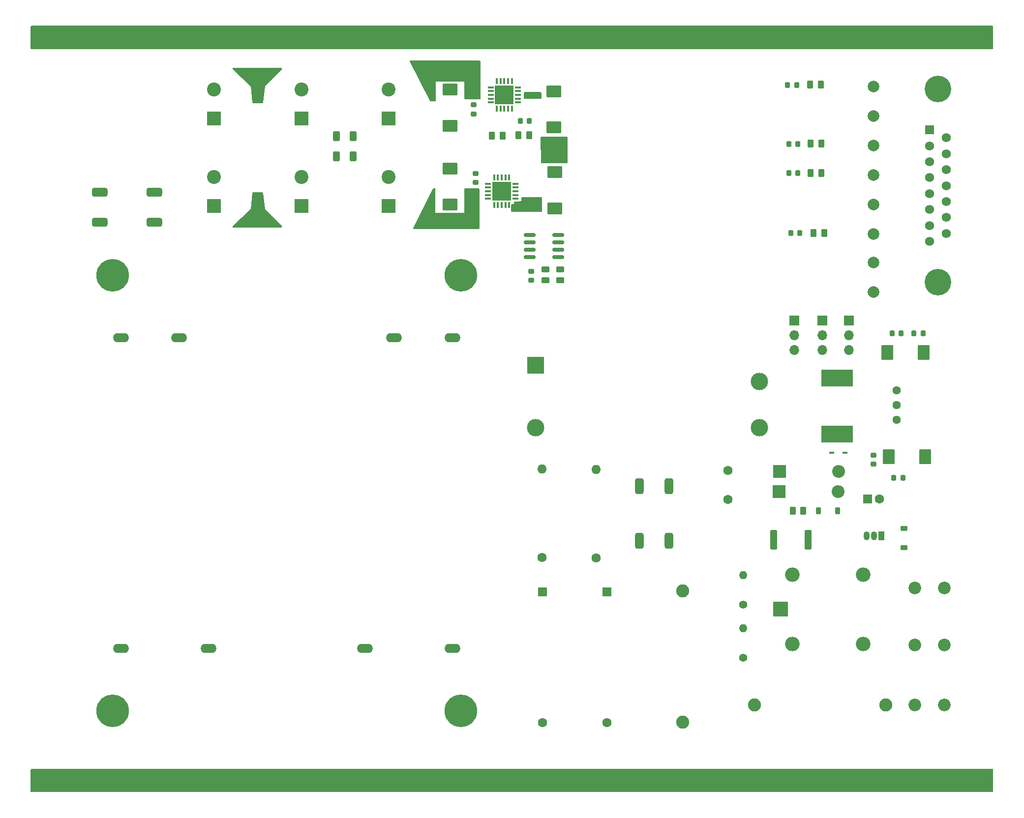
<source format=gts>
G04 #@! TF.GenerationSoftware,KiCad,Pcbnew,9.0.0*
G04 #@! TF.CreationDate,2025-03-31T11:54:41-05:00*
G04 #@! TF.ProjectId,Power_Supply,506f7765-725f-4537-9570-706c792e6b69,rev?*
G04 #@! TF.SameCoordinates,Original*
G04 #@! TF.FileFunction,Soldermask,Top*
G04 #@! TF.FilePolarity,Negative*
%FSLAX46Y46*%
G04 Gerber Fmt 4.6, Leading zero omitted, Abs format (unit mm)*
G04 Created by KiCad (PCBNEW 9.0.0) date 2025-03-31 11:54:41*
%MOMM*%
%LPD*%
G01*
G04 APERTURE LIST*
G04 Aperture macros list*
%AMRoundRect*
0 Rectangle with rounded corners*
0 $1 Rounding radius*
0 $2 $3 $4 $5 $6 $7 $8 $9 X,Y pos of 4 corners*
0 Add a 4 corners polygon primitive as box body*
4,1,4,$2,$3,$4,$5,$6,$7,$8,$9,$2,$3,0*
0 Add four circle primitives for the rounded corners*
1,1,$1+$1,$2,$3*
1,1,$1+$1,$4,$5*
1,1,$1+$1,$6,$7*
1,1,$1+$1,$8,$9*
0 Add four rect primitives between the rounded corners*
20,1,$1+$1,$2,$3,$4,$5,0*
20,1,$1+$1,$4,$5,$6,$7,0*
20,1,$1+$1,$6,$7,$8,$9,0*
20,1,$1+$1,$8,$9,$2,$3,0*%
G04 Aperture macros list end*
%ADD10C,2.000000*%
%ADD11R,0.820000X0.460000*%
%ADD12C,2.250000*%
%ADD13RoundRect,0.375000X-0.375000X0.975000X-0.375000X-0.975000X0.375000X-0.975000X0.375000X0.975000X0*%
%ADD14RoundRect,0.250000X-0.787500X-1.025000X0.787500X-1.025000X0.787500X1.025000X-0.787500X1.025000X0*%
%ADD15RoundRect,0.225000X0.250000X-0.225000X0.250000X0.225000X-0.250000X0.225000X-0.250000X-0.225000X0*%
%ADD16RoundRect,0.218750X0.218750X0.256250X-0.218750X0.256250X-0.218750X-0.256250X0.218750X-0.256250X0*%
%ADD17RoundRect,0.225000X-0.225000X-0.375000X0.225000X-0.375000X0.225000X0.375000X-0.225000X0.375000X0*%
%ADD18RoundRect,0.250000X0.450000X-0.262500X0.450000X0.262500X-0.450000X0.262500X-0.450000X-0.262500X0*%
%ADD19RoundRect,0.250000X1.025000X-0.787500X1.025000X0.787500X-1.025000X0.787500X-1.025000X-0.787500X0*%
%ADD20RoundRect,0.225000X-0.225000X-0.250000X0.225000X-0.250000X0.225000X0.250000X-0.225000X0.250000X0*%
%ADD21RoundRect,0.150000X0.825000X0.150000X-0.825000X0.150000X-0.825000X-0.150000X0.825000X-0.150000X0*%
%ADD22RoundRect,0.225000X0.375000X-0.225000X0.375000X0.225000X-0.375000X0.225000X-0.375000X-0.225000X0*%
%ADD23R,1.561000X1.561000*%
%ADD24C,1.561000*%
%ADD25C,4.572000*%
%ADD26RoundRect,0.250000X-0.312500X-0.625000X0.312500X-0.625000X0.312500X0.625000X-0.312500X0.625000X0*%
%ADD27C,1.600000*%
%ADD28RoundRect,0.250000X0.262500X0.450000X-0.262500X0.450000X-0.262500X-0.450000X0.262500X-0.450000X0*%
%ADD29C,2.184000*%
%ADD30R,1.700000X1.700000*%
%ADD31O,1.700000X1.700000*%
%ADD32R,2.400000X2.400000*%
%ADD33C,2.400000*%
%ADD34R,2.200000X2.200000*%
%ADD35O,2.200000X2.200000*%
%ADD36R,3.000000X3.000000*%
%ADD37C,3.000000*%
%ADD38C,1.400000*%
%ADD39O,1.400000X1.400000*%
%ADD40R,1.050000X0.350000*%
%ADD41R,0.350000X1.050000*%
%ADD42R,3.250000X3.250000*%
%ADD43R,5.410200X2.895600*%
%ADD44RoundRect,0.250000X-0.262500X-0.450000X0.262500X-0.450000X0.262500X0.450000X-0.262500X0.450000X0*%
%ADD45R,1.050000X1.500000*%
%ADD46O,1.050000X1.500000*%
%ADD47RoundRect,0.225000X-0.250000X0.225000X-0.250000X-0.225000X0.250000X-0.225000X0.250000X0.225000X0*%
%ADD48R,1.600000X1.600000*%
%ADD49O,1.600000X1.600000*%
%ADD50RoundRect,0.218750X-0.218750X-0.256250X0.218750X-0.256250X0.218750X0.256250X-0.218750X0.256250X0*%
%ADD51RoundRect,0.250000X0.362500X1.425000X-0.362500X1.425000X-0.362500X-1.425000X0.362500X-1.425000X0*%
%ADD52C,1.440000*%
%ADD53R,1.600200X1.600200*%
%ADD54C,1.600200*%
%ADD55R,2.500000X2.500000*%
%ADD56O,2.500000X2.500000*%
%ADD57RoundRect,0.375000X-0.975000X-0.375000X0.975000X-0.375000X0.975000X0.375000X-0.975000X0.375000X0*%
%ADD58O,2.750000X1.571429*%
%ADD59C,5.610000*%
G04 APERTURE END LIST*
D10*
X201440000Y-31520000D03*
D11*
X194240000Y-94640000D03*
X196540000Y-94640000D03*
D12*
X203540000Y-138090000D03*
X180940000Y-138090000D03*
D13*
X166240000Y-100390000D03*
X161140000Y-100390000D03*
X161140000Y-109790000D03*
X166240000Y-109790000D03*
D14*
X203827500Y-77340000D03*
X210052500Y-77340000D03*
D15*
X142514999Y-64939999D03*
X142514999Y-63389999D03*
D10*
X201440000Y-36600000D03*
D16*
X188202500Y-31265000D03*
X186627500Y-31265000D03*
D17*
X191940000Y-104590000D03*
X195240000Y-104590000D03*
D18*
X144944999Y-64897499D03*
X144944999Y-63072499D03*
D19*
X128540000Y-38315000D03*
X128540000Y-32090000D03*
D20*
X204940000Y-98915000D03*
X206490000Y-98915000D03*
D21*
X147209999Y-60939999D03*
X147209999Y-59669999D03*
X147209999Y-58399999D03*
X147209999Y-57129999D03*
X142259999Y-57129999D03*
X142259999Y-58399999D03*
X142259999Y-59669999D03*
X142259999Y-60939999D03*
D10*
X201440000Y-51840000D03*
D22*
X206740000Y-110940000D03*
X206740000Y-107640000D03*
D23*
X211095000Y-39026000D03*
D24*
X211095000Y-41769000D03*
X211095000Y-44512000D03*
X211095000Y-47256000D03*
X211095000Y-49999000D03*
X211095000Y-52742000D03*
X211095000Y-55485000D03*
X211095000Y-58228000D03*
X213940000Y-40398000D03*
X213940000Y-43141000D03*
X213940000Y-45884000D03*
X213940000Y-48627000D03*
X213940000Y-51370000D03*
X213940000Y-54114000D03*
X213940000Y-56857000D03*
D25*
X212517000Y-31965000D03*
X212517000Y-65290000D03*
D26*
X108977500Y-43590000D03*
X111902500Y-43590000D03*
D27*
X176390000Y-102715000D03*
X176390000Y-97715000D03*
D28*
X189352500Y-104590000D03*
X187527500Y-104590000D03*
D20*
X204665000Y-74090000D03*
X206215000Y-74090000D03*
D28*
X192440000Y-41415000D03*
X190615000Y-41415000D03*
D29*
X213620000Y-127740000D03*
X208540000Y-127740000D03*
X208550000Y-117940000D03*
X213630000Y-117940000D03*
D20*
X140640000Y-37490000D03*
X142190000Y-37490000D03*
D19*
X146440000Y-38602500D03*
X146440000Y-32377500D03*
D30*
X192640000Y-71890000D03*
D31*
X192640000Y-74430000D03*
X192640000Y-76970000D03*
D32*
X117940000Y-52090000D03*
D33*
X117940000Y-47090000D03*
D34*
X185260000Y-97840000D03*
D35*
X195420000Y-97840000D03*
D36*
X143282500Y-79590000D03*
D37*
X143282500Y-90340000D03*
X181782500Y-90340000D03*
X181782500Y-82340000D03*
D38*
X179040000Y-129930000D03*
D39*
X179040000Y-124850000D03*
D40*
X140240000Y-34290000D03*
X140240000Y-33640000D03*
X140240000Y-32990000D03*
X140240000Y-32340000D03*
X140240000Y-31690000D03*
D41*
X139190000Y-30640000D03*
X138540000Y-30640000D03*
X137890000Y-30640000D03*
X137240000Y-30640000D03*
X136590000Y-30640000D03*
D40*
X135540000Y-31690000D03*
X135540000Y-32340000D03*
X135540000Y-32990000D03*
X135540000Y-33640000D03*
X135540000Y-34290000D03*
D41*
X136590000Y-35340000D03*
X137240000Y-35340000D03*
X137890000Y-35340000D03*
X138540000Y-35340000D03*
X139190000Y-35340000D03*
D42*
X137890000Y-32990000D03*
D43*
X195190000Y-81738600D03*
X195190000Y-91441400D03*
D10*
X201440000Y-56920000D03*
D32*
X87940000Y-37090000D03*
D33*
X87940000Y-32090000D03*
D44*
X190527500Y-31240000D03*
X192352500Y-31240000D03*
D18*
X147504999Y-64887499D03*
X147504999Y-63062499D03*
D45*
X202810000Y-108930000D03*
D46*
X201540000Y-108930000D03*
X200270000Y-108930000D03*
D47*
X132640000Y-34715000D03*
X132640000Y-36265000D03*
D10*
X201440000Y-41680000D03*
D32*
X117940000Y-37090000D03*
D33*
X117940000Y-32090000D03*
D48*
X200440000Y-102590000D03*
D27*
X202440000Y-102590000D03*
X144390000Y-112660000D03*
D49*
X144390000Y-97420000D03*
D28*
X192440000Y-46490000D03*
X190615000Y-46490000D03*
D19*
X128540000Y-51902500D03*
X128540000Y-45677500D03*
D50*
X186865000Y-41440000D03*
X188440000Y-41440000D03*
D47*
X201440000Y-95065000D03*
X201440000Y-96615000D03*
D51*
X190202500Y-109590000D03*
X184277500Y-109590000D03*
D32*
X102940000Y-37090000D03*
D33*
X102940000Y-32090000D03*
D52*
X205440000Y-83861500D03*
X205440000Y-86401500D03*
X205440000Y-88941500D03*
D27*
X153690000Y-112710000D03*
D49*
X153690000Y-97470000D03*
D50*
X187190000Y-56765000D03*
X188765000Y-56765000D03*
D19*
X146590000Y-52552500D03*
X146590000Y-46327500D03*
D28*
X142152500Y-39965000D03*
X140327500Y-39965000D03*
D30*
X197240000Y-71865000D03*
D31*
X197240000Y-74405000D03*
X197240000Y-76945000D03*
D32*
X102940000Y-52090000D03*
D33*
X102940000Y-47090000D03*
D26*
X108977500Y-40090000D03*
X111902500Y-40090000D03*
D44*
X135777500Y-40015000D03*
X137602500Y-40015000D03*
D53*
X155590000Y-118595600D03*
D54*
X155590000Y-141095600D03*
D55*
X185440000Y-121590000D03*
D56*
X187440000Y-127590000D03*
X199640000Y-127590000D03*
X199640000Y-115590000D03*
X187440000Y-115590000D03*
D32*
X87940000Y-52090000D03*
D33*
X87940000Y-47090000D03*
D10*
X201447000Y-61903000D03*
X201447000Y-66903000D03*
D38*
X179040000Y-120780000D03*
D39*
X179040000Y-115700000D03*
D53*
X144440000Y-118595600D03*
D54*
X144440000Y-141095600D03*
D57*
X68240000Y-49790000D03*
X68240000Y-54890000D03*
X77640000Y-54890000D03*
X77640000Y-49790000D03*
D50*
X186865000Y-46490000D03*
X188440000Y-46490000D03*
D58*
X71940000Y-128340000D03*
X86940000Y-128340000D03*
X113940000Y-128340000D03*
X128940000Y-128340000D03*
X128940000Y-74840000D03*
X118940000Y-74840000D03*
X81940000Y-74840000D03*
X71940000Y-74840000D03*
D59*
X130440000Y-64090000D03*
X70440000Y-64090000D03*
X70440000Y-139090000D03*
X130440000Y-139090000D03*
D12*
X168640000Y-118390000D03*
X168640000Y-140990000D03*
D10*
X201440000Y-46760000D03*
D30*
X187840000Y-71890000D03*
D31*
X187840000Y-74430000D03*
X187840000Y-76970000D03*
D40*
X139790000Y-50890000D03*
X139790000Y-50240000D03*
X139790000Y-49590000D03*
X139790000Y-48940000D03*
X139790000Y-48290000D03*
D41*
X138740000Y-47240000D03*
X138090000Y-47240000D03*
X137440000Y-47240000D03*
X136790000Y-47240000D03*
X136140000Y-47240000D03*
D40*
X135090000Y-48290000D03*
X135090000Y-48940000D03*
X135090000Y-49590000D03*
X135090000Y-50240000D03*
X135090000Y-50890000D03*
D41*
X136140000Y-51940000D03*
X136790000Y-51940000D03*
X137440000Y-51940000D03*
X138090000Y-51940000D03*
X138740000Y-51940000D03*
D42*
X137440000Y-49590000D03*
D20*
X208415000Y-74090000D03*
X209965000Y-74090000D03*
D28*
X192940000Y-56765000D03*
X191115000Y-56765000D03*
D34*
X185185000Y-101340000D03*
D35*
X195345000Y-101340000D03*
D15*
X132990000Y-48065000D03*
X132990000Y-46515000D03*
D14*
X204077500Y-95340000D03*
X210302500Y-95340000D03*
D29*
X208560000Y-138090000D03*
X213640000Y-138090000D03*
G36*
X148657493Y-40175766D02*
G01*
X148724479Y-40195630D01*
X148770093Y-40248557D01*
X148781160Y-40299268D01*
X148798656Y-44655502D01*
X148779241Y-44722620D01*
X148726621Y-44768587D01*
X148674657Y-44780000D01*
X144312638Y-44780000D01*
X144245599Y-44760315D01*
X144199844Y-44707511D01*
X144188639Y-44656506D01*
X144170810Y-40288600D01*
X144190221Y-40221481D01*
X144242838Y-40175511D01*
X144295141Y-40164094D01*
X148657493Y-40175766D01*
G37*
G36*
X140597485Y-51243266D02*
G01*
X140664471Y-51263134D01*
X140710082Y-51316063D01*
X140721146Y-51366768D01*
X140727766Y-53015502D01*
X140708351Y-53082620D01*
X140655731Y-53128587D01*
X140603767Y-53140000D01*
X140427367Y-53140000D01*
X140426846Y-53140056D01*
X139709616Y-53140056D01*
X139642577Y-53120371D01*
X139596822Y-53067567D01*
X139585617Y-53016562D01*
X139579215Y-51447800D01*
X139598626Y-51380681D01*
X139651243Y-51334711D01*
X139703546Y-51323294D01*
X140462716Y-51325324D01*
X140480223Y-51307792D01*
X140482295Y-51300630D01*
X140534910Y-51254658D01*
X140587225Y-51243238D01*
X140597485Y-51243266D01*
G37*
G36*
X144242136Y-50599904D02*
G01*
X144309122Y-50619768D01*
X144354736Y-50672694D01*
X144365803Y-50723406D01*
X144375007Y-53015502D01*
X144355592Y-53082620D01*
X144302972Y-53128587D01*
X144251008Y-53140000D01*
X140703615Y-53140000D01*
X140636576Y-53120315D01*
X140590821Y-53067511D01*
X140579616Y-53016506D01*
X140572887Y-51368039D01*
X140592298Y-51300920D01*
X140644915Y-51254950D01*
X140697218Y-51243533D01*
X140822383Y-51243867D01*
X140820227Y-50715588D01*
X140839638Y-50648469D01*
X140892255Y-50602499D01*
X140944558Y-50591082D01*
X144242136Y-50599904D01*
G37*
G36*
X139456929Y-51793361D02*
G01*
X139523915Y-51813225D01*
X139569529Y-51866152D01*
X139580596Y-51916863D01*
X139585008Y-53015811D01*
X139565593Y-53082929D01*
X139512973Y-53128896D01*
X139461009Y-53140309D01*
X139207699Y-53140309D01*
X139140660Y-53120624D01*
X139094905Y-53067820D01*
X139083700Y-53016815D01*
X139079213Y-51917189D01*
X139098624Y-51850070D01*
X139151241Y-51804100D01*
X139203544Y-51792683D01*
X139456929Y-51793361D01*
G37*
G36*
X96316524Y-49809685D02*
G01*
X96362279Y-49862489D01*
X96372668Y-49899787D01*
X96690000Y-52650000D01*
X99593938Y-55619300D01*
X99626738Y-55680992D01*
X99620978Y-55750624D01*
X99578487Y-55806088D01*
X99512755Y-55829775D01*
X99505286Y-55830000D01*
X91248694Y-55830000D01*
X91181655Y-55810315D01*
X91135900Y-55757511D01*
X91125956Y-55688353D01*
X91154981Y-55624797D01*
X91162915Y-55616457D01*
X94270000Y-52639999D01*
X94270000Y-52639998D01*
X94529361Y-49902305D01*
X94555280Y-49837421D01*
X94612164Y-49796850D01*
X94652808Y-49790000D01*
X96249485Y-49790000D01*
X96316524Y-49809685D01*
G37*
G36*
X125983039Y-49109685D02*
G01*
X126028794Y-49162489D01*
X126040000Y-49214000D01*
X126040000Y-53340000D01*
X130990000Y-53340000D01*
X130990000Y-49214000D01*
X131009685Y-49146961D01*
X131062489Y-49101206D01*
X131114000Y-49090000D01*
X133466000Y-49090000D01*
X133533039Y-49109685D01*
X133578794Y-49162489D01*
X133590000Y-49214000D01*
X133590000Y-55966000D01*
X133570315Y-56033039D01*
X133517511Y-56078794D01*
X133466000Y-56090000D01*
X122291920Y-56090000D01*
X122224881Y-56070315D01*
X122179126Y-56017511D01*
X122169182Y-55948353D01*
X122181329Y-55909914D01*
X125605558Y-49157914D01*
X125653436Y-49107028D01*
X125716149Y-49090000D01*
X125916000Y-49090000D01*
X125983039Y-49109685D01*
G37*
G36*
X221993039Y-21109685D02*
G01*
X222038794Y-21162489D01*
X222050000Y-21214000D01*
X222050000Y-24985750D01*
X222030315Y-25052789D01*
X221977511Y-25098544D01*
X221925985Y-25109750D01*
X60439993Y-25090000D01*
X56494000Y-25090000D01*
X56426961Y-25070315D01*
X56381206Y-25017511D01*
X56370000Y-24966000D01*
X56370000Y-21214000D01*
X56389685Y-21146961D01*
X56442489Y-21101206D01*
X56494000Y-21090000D01*
X221926000Y-21090000D01*
X221993039Y-21109685D01*
G37*
G36*
X99562325Y-28369685D02*
G01*
X99608080Y-28422489D01*
X99618024Y-28491647D01*
X99588999Y-28555203D01*
X99583938Y-28560700D01*
X96680000Y-31529999D01*
X96362668Y-34280213D01*
X96335429Y-34344555D01*
X96277728Y-34383955D01*
X96239485Y-34390000D01*
X94642808Y-34390000D01*
X94575769Y-34370315D01*
X94530014Y-34317511D01*
X94519361Y-34277695D01*
X94260000Y-31540001D01*
X94260000Y-31540000D01*
X91152915Y-28563543D01*
X91118122Y-28502953D01*
X91121609Y-28433171D01*
X91162270Y-28376351D01*
X91227195Y-28350534D01*
X91238694Y-28350000D01*
X99495286Y-28350000D01*
X99562325Y-28369685D01*
G37*
G36*
X133733039Y-27109685D02*
G01*
X133778794Y-27162489D01*
X133790000Y-27214000D01*
X133790000Y-33616000D01*
X133770315Y-33683039D01*
X133717511Y-33728794D01*
X133666000Y-33740000D01*
X131164000Y-33740000D01*
X131096961Y-33720315D01*
X131051206Y-33667511D01*
X131040000Y-33616000D01*
X131040000Y-30740000D01*
X126090000Y-30740000D01*
X126090000Y-33966000D01*
X126070315Y-34033039D01*
X126017511Y-34078794D01*
X125966000Y-34090000D01*
X125215188Y-34090000D01*
X125148149Y-34070315D01*
X125105237Y-34023331D01*
X121584551Y-27271331D01*
X121571010Y-27202786D01*
X121596676Y-27137802D01*
X121653402Y-27097010D01*
X121694502Y-27090000D01*
X133666000Y-27090000D01*
X133733039Y-27109685D01*
G37*
G36*
X221993039Y-149109685D02*
G01*
X222038794Y-149162489D01*
X222050000Y-149214000D01*
X222050000Y-152966000D01*
X222030315Y-153033039D01*
X221977511Y-153078794D01*
X221926000Y-153090000D01*
X56494000Y-153090000D01*
X56426961Y-153070315D01*
X56381206Y-153017511D01*
X56370000Y-152966000D01*
X56370000Y-149214000D01*
X56389685Y-149146961D01*
X56442489Y-149101206D01*
X56494000Y-149090000D01*
X221926000Y-149090000D01*
X221993039Y-149109685D01*
G37*
G36*
X141027108Y-51126617D02*
G01*
X141065122Y-51185240D01*
X141067890Y-51196387D01*
X141074820Y-51231103D01*
X141077218Y-51254879D01*
X141084287Y-53015502D01*
X141064872Y-53082620D01*
X141012252Y-53128587D01*
X140960288Y-53140000D01*
X140427367Y-53140000D01*
X140426846Y-53140056D01*
X140343615Y-53140056D01*
X140276576Y-53120371D01*
X140230821Y-53067567D01*
X140219616Y-53016562D01*
X140213220Y-51449496D01*
X140232631Y-51382377D01*
X140285248Y-51336407D01*
X140337551Y-51324990D01*
X140462716Y-51325324D01*
X140480223Y-51307792D01*
X140482295Y-51300630D01*
X140534910Y-51254658D01*
X140587219Y-51243238D01*
X140822382Y-51243867D01*
X140822290Y-51221168D01*
X140841700Y-51154049D01*
X140894317Y-51108078D01*
X140963434Y-51097852D01*
X141027108Y-51126617D01*
G37*
G36*
X144142136Y-32509904D02*
G01*
X144209122Y-32529768D01*
X144254736Y-32582695D01*
X144265803Y-32633406D01*
X144269466Y-33545502D01*
X144250051Y-33612620D01*
X144197431Y-33658587D01*
X144145467Y-33670000D01*
X141402167Y-33670000D01*
X141335128Y-33650315D01*
X141289373Y-33597511D01*
X141278168Y-33546506D01*
X141274415Y-32627070D01*
X141293826Y-32559951D01*
X141346443Y-32513981D01*
X141398746Y-32502564D01*
X144142136Y-32509904D01*
G37*
M02*

</source>
